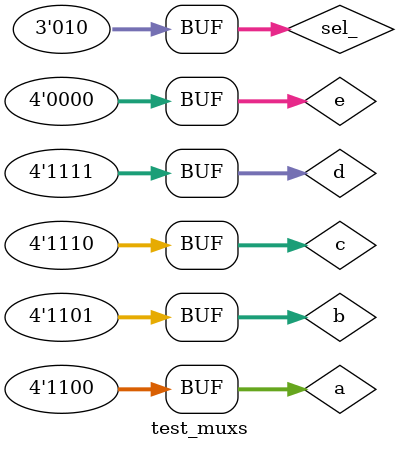
<source format=sv>
`timescale 1ns / 1ps
module test_muxs();
logic [3:0]a, b, c, d, e; // definicion de conexiones virtuales
logic [2:0]sel_;
logic [3:0]out_;
MUX MUX_DUT( //instancia del modulo a testear
    .A (a),
    .B (b),
    .C (c),
    .D (d),
    .E(e),
    .sel (sel_),
    .out(out_)
);
    initial //aca se asignan valores de
    begin
        a = 4'd1; b = 4'd2; c = 4'd3;d = 4'd5;e = 4'd6;sel_ = 3'b000;
        #2
        a = 4'd7; b = 4'd8; c = 4'd9;d = 4'd10;e = 4'd11;sel_ = 3'b001;
        #2
        a = 4'd12; b = 4'd13; c = 4'd14;d = 4'd15;e = 4'd16;sel_ = 3'b010;
    end
endmodule

</source>
